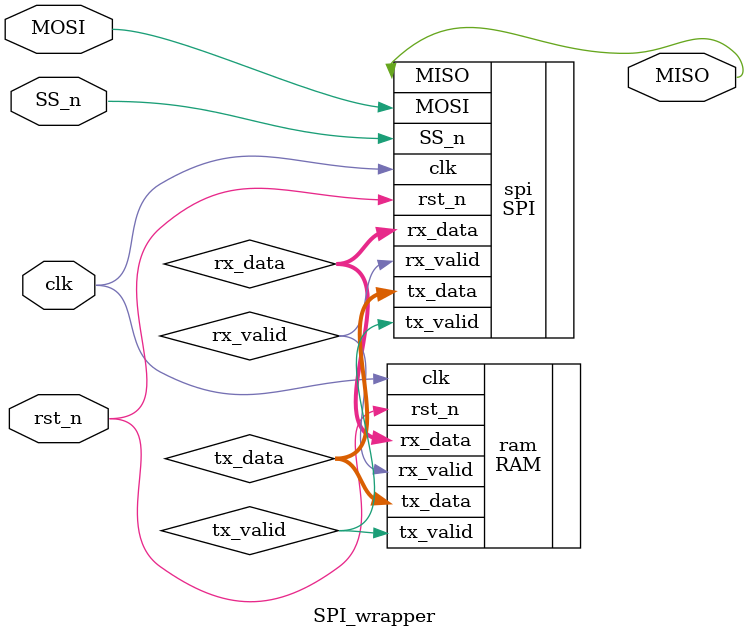
<source format=v>
module SPI_wrapper(MOSI,MISO,clk,SS_n,rst_n);

input MOSI ; 
input SS_n ;
input clk,rst_n ;
output MISO ; 
wire [9:0]rx_data;
wire rx_valid  , tx_valid;
wire [7:0]tx_data; 
parameter MEM_DEPTH = 256;
parameter ADDR_SIZE = 8;
SPI spi (.clk(clk),.rst_n(rst_n),.MOSI(MOSI),.MISO(MISO),.SS_n(SS_n),.tx_data(tx_data),.tx_valid(tx_valid),.rx_data(rx_data),.rx_valid(rx_valid));
RAM #(.MEM_DEPTH(MEM_DEPTH),.ADDR_SIZE(ADDR_SIZE))ram(.rx_data(rx_data),.rx_valid(rx_valid),.clk(clk),.rst_n(rst_n),.tx_data(tx_data),.tx_valid(tx_valid));

endmodule

</source>
